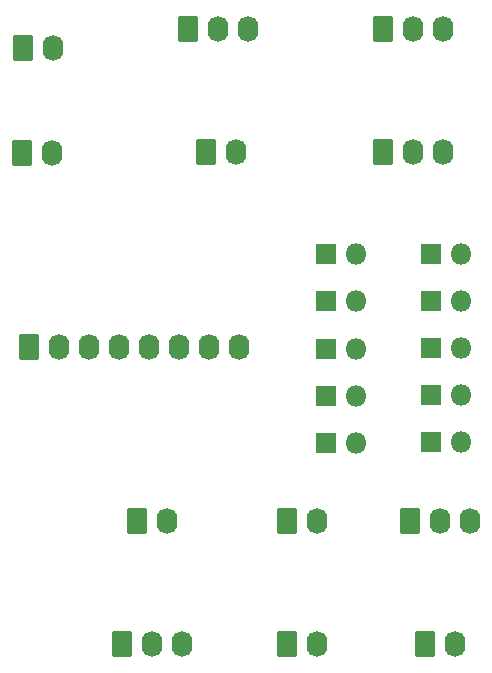
<source format=gbr>
%TF.GenerationSoftware,KiCad,Pcbnew,7.0.9*%
%TF.CreationDate,2023-12-04T05:24:49+10:00*%
%TF.ProjectId,MASTER ARM,4d415354-4552-4204-9152-4d2e6b696361,rev?*%
%TF.SameCoordinates,Original*%
%TF.FileFunction,Soldermask,Bot*%
%TF.FilePolarity,Negative*%
%FSLAX46Y46*%
G04 Gerber Fmt 4.6, Leading zero omitted, Abs format (unit mm)*
G04 Created by KiCad (PCBNEW 7.0.9) date 2023-12-04 05:24:49*
%MOMM*%
%LPD*%
G01*
G04 APERTURE LIST*
G04 Aperture macros list*
%AMRoundRect*
0 Rectangle with rounded corners*
0 $1 Rounding radius*
0 $2 $3 $4 $5 $6 $7 $8 $9 X,Y pos of 4 corners*
0 Add a 4 corners polygon primitive as box body*
4,1,4,$2,$3,$4,$5,$6,$7,$8,$9,$2,$3,0*
0 Add four circle primitives for the rounded corners*
1,1,$1+$1,$2,$3*
1,1,$1+$1,$4,$5*
1,1,$1+$1,$6,$7*
1,1,$1+$1,$8,$9*
0 Add four rect primitives between the rounded corners*
20,1,$1+$1,$2,$3,$4,$5,0*
20,1,$1+$1,$4,$5,$6,$7,0*
20,1,$1+$1,$6,$7,$8,$9,0*
20,1,$1+$1,$8,$9,$2,$3,0*%
G04 Aperture macros list end*
%ADD10RoundRect,0.250000X-0.620000X-0.845000X0.620000X-0.845000X0.620000X0.845000X-0.620000X0.845000X0*%
%ADD11O,1.740000X2.190000*%
%ADD12O,1.800000X1.800000*%
%ADD13R,1.800000X1.800000*%
G04 APERTURE END LIST*
D10*
%TO.C,SW9*%
X118872000Y-105664000D03*
D11*
X121412000Y-105664000D03*
X123952000Y-105664000D03*
%TD*%
D10*
%TO.C,SW5*%
X124460000Y-53594000D03*
D11*
X127000000Y-53594000D03*
X129540000Y-53594000D03*
%TD*%
D10*
%TO.C,SW3*%
X143256000Y-95270000D03*
D11*
X145796000Y-95270000D03*
X148336000Y-95270000D03*
%TD*%
D10*
%TO.C,SW2*%
X140970000Y-64008000D03*
D11*
X143510000Y-64008000D03*
X146050000Y-64008000D03*
%TD*%
D10*
%TO.C,SW1*%
X140970000Y-53594000D03*
D11*
X143510000Y-53594000D03*
X146050000Y-53594000D03*
%TD*%
D10*
%TO.C,J3*%
X110998000Y-80518000D03*
D11*
X113538000Y-80518000D03*
X116078000Y-80518000D03*
X118618000Y-80518000D03*
X121158000Y-80518000D03*
X123698000Y-80518000D03*
X126238000Y-80518000D03*
X128778000Y-80518000D03*
%TD*%
D10*
%TO.C,SW10*%
X120142000Y-95270000D03*
D11*
X122682000Y-95270000D03*
%TD*%
D12*
%TO.C,D4*%
X138684000Y-88646000D03*
D13*
X136144000Y-88646000D03*
%TD*%
D10*
%TO.C,SW6*%
X132842000Y-105664000D03*
D11*
X135382000Y-105664000D03*
%TD*%
D13*
%TO.C,D10*%
X136115000Y-76644500D03*
D12*
X138655000Y-76644500D03*
%TD*%
D13*
%TO.C,D7*%
X136115000Y-72644000D03*
D12*
X138655000Y-72644000D03*
%TD*%
D10*
%TO.C,J2*%
X110390000Y-64110000D03*
D11*
X112930000Y-64110000D03*
%TD*%
D13*
%TO.C,D9*%
X145034000Y-76612000D03*
D12*
X147574000Y-76612000D03*
%TD*%
D10*
%TO.C,SW8*%
X132842000Y-95270000D03*
D11*
X135382000Y-95270000D03*
%TD*%
D13*
%TO.C,D3*%
X145034000Y-88516000D03*
D12*
X147574000Y-88516000D03*
%TD*%
D13*
%TO.C,D6*%
X136115000Y-80645000D03*
D12*
X138655000Y-80645000D03*
%TD*%
D13*
%TO.C,D5*%
X136115000Y-84645500D03*
D12*
X138655000Y-84645500D03*
%TD*%
D13*
%TO.C,D1*%
X145034000Y-80580000D03*
D12*
X147574000Y-80580000D03*
%TD*%
D10*
%TO.C,J1*%
X110450000Y-55170000D03*
D11*
X112990000Y-55170000D03*
%TD*%
D10*
%TO.C,SW4*%
X144526000Y-105664000D03*
D11*
X147066000Y-105664000D03*
%TD*%
D10*
%TO.C,SW7*%
X125984000Y-64028000D03*
D11*
X128524000Y-64028000D03*
%TD*%
D13*
%TO.C,D2*%
X145034000Y-72644000D03*
D12*
X147574000Y-72644000D03*
%TD*%
D13*
%TO.C,D8*%
X145034000Y-84548000D03*
D12*
X147574000Y-84548000D03*
%TD*%
M02*

</source>
